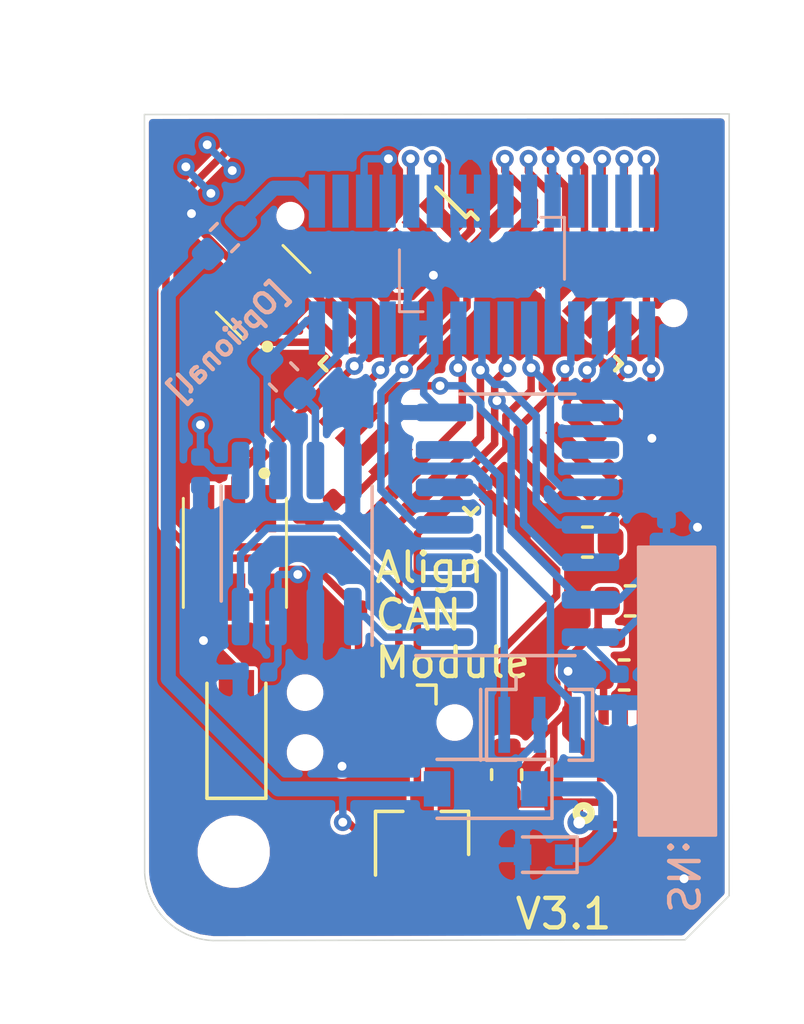
<source format=kicad_pcb>
(kicad_pcb (version 20171130) (host pcbnew "(5.1.8)-1")
  (layers (0 F.Cu signal) (31 B.Cu signal) (34 B.Paste user hide) (35 F.Paste user hide) (36 B.SilkS user) (37 F.SilkS user) (38 B.Mask user hide) (39 F.Mask user hide) (44 Edge.Cuts user))
  (net 0 "")
  (net 1 "Net-(U1-Pad7)")
  (net 2 GND)
  (net 3 /Reset)
  (net 4 /MOSI)
  (net 5 /SCK)
  (net 6 +5V)
  (net 7 /MISO)
  (net 8 /CAN_CS)
  (net 9 /CAN_INT)
  (net 10 +12V)
  (net 11 /GREEN_LED)
  (net 12 /RED_LED)
  (net 13 /BLUE_LED)
  (net 14 /U-Pin8)
  (net 15 /U-Pin12)
  (net 16 /U-Pin14)
  (net 17 /U-Pin20)
  (net 18 /U-Pin22)
  (net 19 /U-Pin2)
  (net 20 /U-Pin4)
  (net 21 /U-Pin6)
  (net 22 /U-Pin7)
  (net 23 /U-Pin23)
  (net 24 /U-Pin1)
  (net 25 /U-Pin3)
  (net 26 +12V_Safe)
  (net 27 "Net-(C3-Pad2)")
  (net 28 "Net-(L2-Pad1)")
  (net 29 "Net-(C2-Pad1)")
  (net 30 "Net-(U1-Pad8)")
  (net 31 /U-Pin5)
  (net 32 /U-Pin27)
  (net 33 /U-Pin29)
  (net 34 "Net-(J1-Pad2)")
  (net 35 "Net-(LED1-Pad5)")
  (net 36 "Net-(LED1-Pad3)")
  (net 37 "Net-(LED1-Pad1)")
  (net 38 /TXCAN)
  (net 39 /RXCAN)
  (net 40 "Net-(U4-Pad5)")
  (net 41 "Net-(U4-Pad6)")
  (net 42 12V_fused)
  (module Resistor_SMD:R_0402_1005Metric (layer B.Cu) (at 80.6831 77.25664 270)
    (fp_text reference R6 hide)
    (fp_text value "10K Ohm")
    (pad 2 smd roundrect (at 0.485 0 270) (size 0.59 0.64) (layers B.Cu B.Paste B.Mask) (net 8 /CAN_CS))
    (pad 1 smd roundrect (at -0.485 0 270) (size 0.59 0.64) (layers B.Cu B.Paste B.Mask) (net 6 +5V))
  )
  (module ACM_2020_V2:IL-WX-30SB-VF-BE (layer B.Cu) (at 74.422 69.088 180)
    (fp_text reference P1 hide)
    (fp_text value Conn_02x15_Odd_Even hide)
    (pad 30 smd rect (at 5.6 2.15 180) (size 0.55 1.8) (layers B.Cu B.Paste B.Mask) (net 10 +12V))
    (pad 29 smd rect (at 5.6 -2.15 180) (size 0.55 1.8) (layers B.Cu B.Paste B.Mask) (net 33 /U-Pin29))
    (pad 28 smd rect (at 4.8 2.15 180) (size 0.55 1.8) (layers B.Cu B.Paste B.Mask))
    (pad 27 smd rect (at 4.8 -2.15 180) (size 0.55 1.8) (layers B.Cu B.Paste B.Mask) (net 32 /U-Pin27))
    (pad 26 smd rect (at 4 2.15 180) (size 0.55 1.8) (layers B.Cu B.Paste B.Mask) (net 6 +5V))
    (pad 25 smd rect (at 4 -2.15 180) (size 0.55 1.8) (layers B.Cu B.Paste B.Mask) (net 11 /GREEN_LED))
    (pad 24 smd rect (at 3.2 2.15 180) (size 0.55 1.8) (layers B.Cu B.Paste B.Mask) (net 6 +5V))
    (pad 23 smd rect (at 3.2 -2.15 180) (size 0.55 1.8) (layers B.Cu B.Paste B.Mask) (net 23 /U-Pin23))
    (pad 22 smd rect (at 2.4 2.15 180) (size 0.55 1.8) (layers B.Cu B.Paste B.Mask) (net 18 /U-Pin22))
    (pad 21 smd rect (at 2.4 -2.15 180) (size 0.55 1.8) (layers B.Cu B.Paste B.Mask) (net 2 GND))
    (pad 20 smd rect (at 1.6 2.15 180) (size 0.55 1.8) (layers B.Cu B.Paste B.Mask) (net 17 /U-Pin20))
    (pad 19 smd rect (at 1.6 -2.15 180) (size 0.55 1.8) (layers B.Cu B.Paste B.Mask) (net 2 GND))
    (pad 18 smd rect (at 0.8 2.15 180) (size 0.55 1.8) (layers B.Cu B.Paste B.Mask) (net 2 GND))
    (pad 17 smd rect (at 0.8 -2.15 180) (size 0.55 1.8) (layers B.Cu B.Paste B.Mask) (net 13 /BLUE_LED))
    (pad 16 smd rect (at 0 2.15 180) (size 0.55 1.8) (layers B.Cu B.Paste B.Mask) (net 2 GND))
    (pad 15 smd rect (at 0 -2.15 180) (size 0.55 1.8) (layers B.Cu B.Paste B.Mask) (net 4 /MOSI))
    (pad 14 smd rect (at -0.8 2.15 180) (size 0.55 1.8) (layers B.Cu B.Paste B.Mask) (net 16 /U-Pin14))
    (pad 13 smd rect (at -0.8 -2.15 180) (size 0.55 1.8) (layers B.Cu B.Paste B.Mask) (net 7 /MISO))
    (pad 12 smd rect (at -1.6 2.15 180) (size 0.55 1.8) (layers B.Cu B.Paste B.Mask) (net 15 /U-Pin12))
    (pad 11 smd rect (at -1.6 -2.15 180) (size 0.55 1.8) (layers B.Cu B.Paste B.Mask) (net 5 /SCK))
    (pad 10 smd rect (at -2.4 2.15 180) (size 0.55 1.8) (layers B.Cu B.Paste B.Mask) (net 3 /Reset))
    (pad 9 smd rect (at -2.4 -2.15 180) (size 0.55 1.8) (layers B.Cu B.Paste B.Mask) (net 2 GND))
    (pad 8 smd rect (at -3.2 2.15 180) (size 0.55 1.8) (layers B.Cu B.Paste B.Mask) (net 14 /U-Pin8))
    (pad 7 smd rect (at -3.2 -2.15 180) (size 0.55 1.8) (layers B.Cu B.Paste B.Mask) (net 22 /U-Pin7))
    (pad 6 smd rect (at -4 2.15 180) (size 0.55 1.8) (layers B.Cu B.Paste B.Mask) (net 21 /U-Pin6))
    (pad 5 smd rect (at -4 -2.15 180) (size 0.55 1.8) (layers B.Cu B.Paste B.Mask) (net 31 /U-Pin5))
    (pad 4 smd rect (at -4.8 2.15 180) (size 0.55 1.8) (layers B.Cu B.Paste B.Mask) (net 20 /U-Pin4))
    (pad 3 smd rect (at -4.8 -2.15 180) (size 0.55 1.8) (layers B.Cu B.Paste B.Mask) (net 25 /U-Pin3))
    (pad 2 smd rect (at -5.6 2.15 180) (size 0.55 1.8) (layers B.Cu B.Paste B.Mask) (net 19 /U-Pin2))
    (pad 1 smd rect (at -5.6 -2.15 180) (size 0.55 1.8) (layers B.Cu B.Paste B.Mask) (net 24 /U-Pin1))
    (pad "" np_thru_hole circle (at -6.5 -1.65 180) (size 0.7 0.7) (drill 0.7) (layers *.Cu *.Mask))
    (pad "" np_thru_hole circle (at 6.5 1.65 180) (size 0.7 0.7) (drill 0.7) (layers *.Cu *.Mask))
  )
  (module ACM_2020_V2:Resonator_CSTNE20M0V51Z000R0 (layer B.Cu) (at 76.3778 84.6963)
    (fp_text reference Y2 hide)
    (fp_text value "20.0 Mhz")
    (pad 3 smd rect (at 1.2 0) (size 0.4 1.9) (layers B.Cu B.Paste B.Mask) (net 41 "Net-(U4-Pad6)"))
    (pad 2 smd rect (at 0 0) (size 0.4 1.9) (layers B.Cu B.Paste B.Mask) (net 2 GND))
    (pad 1 smd rect (at -1.2 0) (size 0.4 1.9) (layers B.Cu B.Paste B.Mask) (net 40 "Net-(U4-Pad5)"))
  )
  (module ACM_2020_V2:ASMBTTF00A20B (layer F.Cu) (at 66.04 78.867 270)
    (fp_text reference LED1 hide)
    (fp_text value ASMB-TTF0-0A20B hide)
    (pad 1 smd rect (at -1.5 -1.05) (size 0.7 1.6) (layers F.Cu F.Paste F.Mask) (net 37 "Net-(LED1-Pad1)"))
    (pad 2 smd rect (at 1.5 -1.05) (size 0.7 1.6) (layers F.Cu F.Paste F.Mask) (net 2 GND))
    (pad 3 smd rect (at -1.5 0) (size 0.7 1.6) (layers F.Cu F.Paste F.Mask) (net 36 "Net-(LED1-Pad3)"))
    (pad 4 smd rect (at 1.5 0) (size 0.7 1.6) (layers F.Cu F.Paste F.Mask) (net 2 GND))
    (pad 5 smd rect (at -1.5 1.05) (size 0.7 1.6) (layers F.Cu F.Paste F.Mask) (net 35 "Net-(LED1-Pad5)"))
    (pad 6 smd rect (at 1.5 1.05) (size 0.7 1.6) (layers F.Cu F.Paste F.Mask) (net 2 GND))
  )
  (module Capacitor_SMD:C_0402_1005Metric (layer B.Cu) (at 66.7004 82.9056)
    (fp_text reference C8 hide)
    (fp_text value 0.1uF)
    (pad 2 smd roundrect (at 0.485 0) (size 0.59 0.64) (layers B.Cu B.Paste B.Mask) (net 6 +5V))
    (pad 1 smd roundrect (at -0.485 0) (size 0.59 0.64) (layers B.Cu B.Paste B.Mask) (net 2 GND))
  )
  (module Capacitor_SMD:C_0402_1005Metric (layer B.Cu) (at 64.8716 76.0984 270)
    (fp_text reference C7 hide)
    (fp_text value 0.1uF)
    (pad 2 smd roundrect (at 0.485 0 270) (size 0.59 0.64) (layers B.Cu B.Paste B.Mask) (net 2 GND))
    (pad 1 smd roundrect (at -0.485 0 270) (size 0.59 0.64) (layers B.Cu B.Paste B.Mask) (net 6 +5V))
  )
  (module ACM_2020_V2:Can_MCP2517FD_SOIC (layer B.Cu) (at 75.6285 77.9145)
    (fp_text reference U4 hide)
    (fp_text value MCP2517FD-xSL)
    (pad 1 smd roundrect (at -2.475 3.81) (size 1.95 0.6) (layers B.Cu B.Paste B.Mask) (net 38 /TXCAN))
    (pad 2 smd roundrect (at -2.475 2.54) (size 1.95 0.6) (layers B.Cu B.Paste B.Mask) (net 39 /RXCAN))
    (pad 3 smd roundrect (at -2.475 1.27) (size 1.95 0.6) (layers B.Cu B.Paste B.Mask))
    (pad 4 smd roundrect (at -2.475 0) (size 1.95 0.6) (layers B.Cu B.Paste B.Mask) (net 9 /CAN_INT))
    (pad 5 smd roundrect (at -2.475 -1.27) (size 1.95 0.6) (layers B.Cu B.Paste B.Mask) (net 40 "Net-(U4-Pad5)"))
    (pad 6 smd roundrect (at -2.475 -2.54) (size 1.95 0.6) (layers B.Cu B.Paste B.Mask) (net 41 "Net-(U4-Pad6)"))
    (pad 7 smd roundrect (at -2.475 -3.81) (size 1.95 0.6) (layers B.Cu B.Paste B.Mask) (net 2 GND))
    (pad 8 smd roundrect (at 2.475 -3.81) (size 1.95 0.6) (layers B.Cu B.Paste B.Mask))
    (pad 9 smd roundrect (at 2.475 -2.54) (size 1.95 0.6) (layers B.Cu B.Paste B.Mask))
    (pad 10 smd roundrect (at 2.475 -1.27) (size 1.95 0.6) (layers B.Cu B.Paste B.Mask) (net 5 /SCK))
    (pad 11 smd roundrect (at 2.475 0) (size 1.95 0.6) (layers B.Cu B.Paste B.Mask) (net 4 /MOSI))
    (pad 12 smd roundrect (at 2.475 1.27) (size 1.95 0.6) (layers B.Cu B.Paste B.Mask) (net 7 /MISO))
    (pad 13 smd roundrect (at 2.475 2.54) (size 1.95 0.6) (layers B.Cu B.Paste B.Mask) (net 8 /CAN_CS))
    (pad 14 smd roundrect (at 2.475 3.81) (size 1.95 0.6) (layers B.Cu B.Paste B.Mask) (net 6 +5V))
  )
  (module Capacitor_SMD:C_0402_1005Metric (layer B.Cu) (at 79.0829 83.4644 270)
    (fp_text reference C6 hide)
    (fp_text value 0.1uF)
    (pad 2 smd roundrect (at 0.485 0 270) (size 0.59 0.64) (layers B.Cu B.Paste B.Mask) (net 2 GND))
    (pad 1 smd roundrect (at -0.485 0 270) (size 0.59 0.64) (layers B.Cu B.Paste B.Mask) (net 6 +5V))
  )
  (module ACM_2020_V2:Pmos_DMP3099L-13 (layer F.Cu) (at 72.39 88.392 90)
    (fp_text reference Q1 hide)
    (fp_text value Q_PMOS_DMP3099L-13)
    (pad 1 smd rect (at -1 -0.95 90) (size 0.9 0.8) (layers F.Cu F.Paste F.Mask) (net 42 12V_fused))
    (pad 2 smd rect (at -1 0.95 90) (size 0.9 0.8) (layers F.Cu F.Paste F.Mask) (net 6 +5V))
    (pad 3 smd rect (at 1 0 90) (size 0.9 0.8) (layers F.Cu F.Paste F.Mask) (net 34 "Net-(J1-Pad2)"))
  )
  (module ACM_2020_V2:D_schotky_MBR0520LT1G (layer B.Cu) (at 74.549 86.868 180)
    (fp_text reference D4 hide)
    (fp_text value D_Schottky_MBR0520LT1G)
    (pad 1 smd rect (at -1.65 0 180) (size 0.9 1.2) (layers B.Cu B.Paste B.Mask) (net 26 +12V_Safe))
    (pad 2 smd rect (at 1.65 0 180) (size 0.9 1.2) (layers B.Cu B.Paste B.Mask) (net 42 12V_fused))
  )
  (module Inductor_SMD:L_0603_1608Metric (layer F.Cu) (at 79.2481 83.0072)
    (fp_text reference L2 hide)
    (fp_text value "2.2 µH")
    (pad 1 smd roundrect (at -0.7875 0) (size 0.875 0.95) (layers F.Cu F.Paste F.Mask) (net 28 "Net-(L2-Pad1)"))
    (pad 2 smd roundrect (at 0.7875 0) (size 0.875 0.95) (layers F.Cu F.Paste F.Mask) (net 6 +5V))
  )
  (module Resistor_SMD:R_0603_1608Metric (layer B.Cu) (at 67.691 72.898 135)
    (fp_text reference R7 hide)
    (fp_text value 120Ω)
    (pad 1 smd roundrect (at -0.7875 0 135) (size 0.875 0.95) (layers B.Cu B.Paste B.Mask) (net 32 /U-Pin27))
    (pad 2 smd roundrect (at 0.7875 0 135) (size 0.875 0.95) (layers B.Cu B.Paste B.Mask) (net 33 /U-Pin29))
  )
  (module Inductor_SMD:L_0603_1608Metric (layer F.Cu) (at 78 78.5)
    (fp_text reference L1 hide)
    (fp_text value 10uH)
    (pad 2 smd roundrect (at 0.7875 0) (size 0.875 0.95) (layers F.Cu F.Paste F.Mask) (net 27 "Net-(C3-Pad2)"))
    (pad 1 smd roundrect (at -0.7875 0) (size 0.875 0.95) (layers F.Cu F.Paste F.Mask) (net 6 +5V))
  )
  (module Package_QFP:TQFP-32_7x7mm_P0.8mm (layer F.Cu) (at 74.043324 72.446268 315)
    (fp_text reference U1 hide)
    (fp_text value ATmega328P-AU)
    (pad 1 smd rect (at -4.25 -2.8 315) (size 1.6 0.55) (layers F.Cu F.Paste F.Mask) (net 17 /U-Pin20))
    (pad 2 smd rect (at -4.25 -2 315) (size 1.6 0.55) (layers F.Cu F.Paste F.Mask) (net 18 /U-Pin22))
    (pad 3 smd rect (at -4.25 -1.2 315) (size 1.6 0.55) (layers F.Cu F.Paste F.Mask) (net 2 GND))
    (pad 4 smd rect (at -4.25 -0.4 315) (size 1.6 0.55) (layers F.Cu F.Paste F.Mask) (net 6 +5V))
    (pad 5 smd rect (at -4.25 0.4 315) (size 1.6 0.55) (layers F.Cu F.Paste F.Mask) (net 2 GND))
    (pad 6 smd rect (at -4.25 1.2 315) (size 1.6 0.55) (layers F.Cu F.Paste F.Mask) (net 6 +5V))
    (pad 7 smd rect (at -4.25 2 315) (size 1.6 0.55) (layers F.Cu F.Paste F.Mask) (net 1 "Net-(U1-Pad7)"))
    (pad 8 smd rect (at -4.25 2.8 315) (size 1.6 0.55) (layers F.Cu F.Paste F.Mask) (net 30 "Net-(U1-Pad8)"))
    (pad 9 smd rect (at -2.8 4.25 45) (size 1.6 0.55) (layers F.Cu F.Paste F.Mask) (net 11 /GREEN_LED))
    (pad 10 smd rect (at -2 4.25 45) (size 1.6 0.55) (layers F.Cu F.Paste F.Mask) (net 23 /U-Pin23))
    (pad 11 smd rect (at -1.2 4.25 45) (size 1.6 0.55) (layers F.Cu F.Paste F.Mask) (net 8 /CAN_CS))
    (pad 12 smd rect (at -0.4 4.25 45) (size 1.6 0.55) (layers F.Cu F.Paste F.Mask))
    (pad 13 smd rect (at 0.4 4.25 45) (size 1.6 0.55) (layers F.Cu F.Paste F.Mask) (net 12 /RED_LED))
    (pad 14 smd rect (at 1.2 4.25 45) (size 1.6 0.55) (layers F.Cu F.Paste F.Mask) (net 13 /BLUE_LED))
    (pad 15 smd rect (at 2 4.25 45) (size 1.6 0.55) (layers F.Cu F.Paste F.Mask) (net 4 /MOSI))
    (pad 16 smd rect (at 2.8 4.25 45) (size 1.6 0.55) (layers F.Cu F.Paste F.Mask) (net 7 /MISO))
    (pad 17 smd rect (at 4.25 2.8 315) (size 1.6 0.55) (layers F.Cu F.Paste F.Mask) (net 5 /SCK))
    (pad 18 smd rect (at 4.25 2 315) (size 1.6 0.55) (layers F.Cu F.Paste F.Mask) (net 6 +5V))
    (pad 19 smd rect (at 4.25 1.2 315) (size 1.6 0.55) (layers F.Cu F.Paste F.Mask) (net 22 /U-Pin7))
    (pad 20 smd rect (at 4.25 0.4 315) (size 1.6 0.55) (layers F.Cu F.Paste F.Mask) (net 29 "Net-(C2-Pad1)"))
    (pad 21 smd rect (at 4.25 -0.4 315) (size 1.6 0.55) (layers F.Cu F.Paste F.Mask) (net 2 GND))
    (pad 22 smd rect (at 4.25 -1.2 315) (size 1.6 0.55) (layers F.Cu F.Paste F.Mask) (net 31 /U-Pin5))
    (pad 23 smd rect (at 4.25 -2 315) (size 1.6 0.55) (layers F.Cu F.Paste F.Mask) (net 24 /U-Pin1))
    (pad 24 smd rect (at 4.25 -2.8 315) (size 1.6 0.55) (layers F.Cu F.Paste F.Mask) (net 25 /U-Pin3))
    (pad 25 smd rect (at 2.8 -4.25 45) (size 1.6 0.55) (layers F.Cu F.Paste F.Mask) (net 19 /U-Pin2))
    (pad 26 smd rect (at 2 -4.25 45) (size 1.6 0.55) (layers F.Cu F.Paste F.Mask) (net 20 /U-Pin4))
    (pad 27 smd rect (at 1.2 -4.25 45) (size 1.6 0.55) (layers F.Cu F.Paste F.Mask) (net 21 /U-Pin6))
    (pad 28 smd rect (at 0.4 -4.25 45) (size 1.6 0.55) (layers F.Cu F.Paste F.Mask) (net 14 /U-Pin8))
    (pad 29 smd rect (at -0.4 -4.25 45) (size 1.6 0.55) (layers F.Cu F.Paste F.Mask) (net 3 /Reset))
    (pad 30 smd rect (at -1.2 -4.25 45) (size 1.6 0.55) (layers F.Cu F.Paste F.Mask) (net 15 /U-Pin12))
    (pad 31 smd rect (at -2 -4.25 45) (size 1.6 0.55) (layers F.Cu F.Paste F.Mask) (net 16 /U-Pin14))
    (pad 32 smd rect (at -2.8 -4.25 45) (size 1.6 0.55) (layers F.Cu F.Paste F.Mask) (net 9 /CAN_INT))
  )
  (module Connector:Tag-Connect_TC2030-IDC-NL_2x03_P1.27mm_Vertical (layer F.Cu) (at 70.96 84.62 180)
    (fp_text reference J1 hide)
    (fp_text value TC2030-MCP-NL)
    (pad "" np_thru_hole circle (at 2.54 -1.016 180) (size 0.9906 0.9906) (drill 0.9906) (layers *.Cu *.Mask))
    (pad "" np_thru_hole circle (at 2.54 1.016 180) (size 0.9906 0.9906) (drill 0.9906) (layers *.Cu *.Mask))
    (pad "" np_thru_hole circle (at -2.54 0 180) (size 0.9906 0.9906) (drill 0.9906) (layers *.Cu *.Mask))
    (pad 1 connect circle (at -1.27 0.635 180) (size 0.7874 0.7874) (layers F.Cu F.Mask) (net 7 /MISO))
    (pad 2 connect circle (at -1.27 -0.635 180) (size 0.7874 0.7874) (layers F.Cu F.Mask) (net 34 "Net-(J1-Pad2)"))
    (pad 3 connect circle (at 0 0.635 180) (size 0.7874 0.7874) (layers F.Cu F.Mask) (net 5 /SCK))
    (pad 4 connect circle (at 0 -0.635 180) (size 0.7874 0.7874) (layers F.Cu F.Mask) (net 4 /MOSI))
    (pad 5 connect circle (at 1.27 0.635 180) (size 0.7874 0.7874) (layers F.Cu F.Mask) (net 3 /Reset))
    (pad 6 connect circle (at 1.27 -0.635 180) (size 0.7874 0.7874) (layers F.Cu F.Mask) (net 2 GND))
  )
  (module Resistor_SMD:R_0402_1005Metric (layer F.Cu) (at 69.7484 80.7974)
    (fp_text reference R1 hide)
    (fp_text value "10K Ohm")
    (pad 1 smd roundrect (at -0.485 0) (size 0.59 0.64) (layers F.Cu F.Paste F.Mask) (net 6 +5V))
    (pad 2 smd roundrect (at 0.485 0) (size 0.59 0.64) (layers F.Cu F.Paste F.Mask) (net 3 /Reset))
  )
  (module Resistor_SMD:R_0402_1005Metric (layer F.Cu) (at 70.091253 78.295547 45)
    (fp_text reference R5 hide)
    (fp_text value 190Ω)
    (pad 1 smd roundrect (at -0.485 0 45) (size 0.59 0.64) (layers F.Cu F.Paste F.Mask) (net 35 "Net-(LED1-Pad5)"))
    (pad 2 smd roundrect (at 0.485 0 45) (size 0.59 0.64) (layers F.Cu F.Paste F.Mask) (net 13 /BLUE_LED))
  )
  (module CSTNE16M0V530000R0:CSTNE16M0V530000R0 (layer F.Cu) (at 67.299049 70.331992 45)
    (fp_text reference Y1 hide)
    (fp_text value 16.0Mhz hide)
    (pad 3 smd rect (at 1.2 -0.425 45) (size 0.4 1.9) (layers F.Cu F.Paste F.Mask) (net 1 "Net-(U1-Pad7)"))
    (pad 2 smd rect (at 0 -0.425 45) (size 0.4 1.9) (layers F.Cu F.Paste F.Mask) (net 2 GND))
    (pad 1 smd rect (at -1.2 -0.425 45) (size 0.4 1.9) (layers F.Cu F.Paste F.Mask) (net 30 "Net-(U1-Pad8)"))
  )
  (module Capacitor_SMD:C_0402_1005Metric (layer F.Cu) (at 69.792947 68.332053 225)
    (fp_text reference C1 hide)
    (fp_text value 0.1uF)
    (pad 1 smd roundrect (at -0.485 0 225) (size 0.59 0.64) (layers F.Cu F.Paste F.Mask) (net 6 +5V))
    (pad 2 smd roundrect (at 0.485 0 225) (size 0.59 0.64) (layers F.Cu F.Paste F.Mask) (net 2 GND))
  )
  (module Diode_SMD:D_SOD-523 (layer B.Cu) (at 76.5 89.1 180)
    (fp_text reference D1 hide)
    (fp_text value 15V)
    (pad 1 smd rect (at -0.7 0) (size 0.6 0.7) (layers B.Cu B.Paste B.Mask) (net 26 +12V_Safe))
    (pad 2 smd rect (at 0.7 0) (size 0.6 0.7) (layers B.Cu B.Paste B.Mask) (net 2 GND))
  )
  (module Capacitor_SMD:C_0402_1005Metric (layer F.Cu) (at 80.042947 76.457053 225)
    (fp_text reference C3 hide)
    (fp_text value 0.1uF)
    (pad 2 smd roundrect (at 0.485 0 225) (size 0.59 0.64) (layers F.Cu F.Paste F.Mask) (net 27 "Net-(C3-Pad2)"))
    (pad 1 smd roundrect (at -0.485 0 225) (size 0.59 0.64) (layers F.Cu F.Paste F.Mask) (net 2 GND))
  )
  (module Resistor_SMD:R_0402_1005Metric (layer F.Cu) (at 79.883 89.408 90)
    (fp_text reference R2 hide)
    (fp_text value "10K Ohm")
    (pad 2 smd roundrect (at 0.485 0 90) (size 0.59 0.64) (layers F.Cu F.Paste F.Mask) (net 42 12V_fused))
    (pad 1 smd roundrect (at -0.485 0 90) (size 0.59 0.64) (layers F.Cu F.Paste F.Mask) (net 2 GND))
  )
  (module Fuse:Fuse_0603_1608Metric (layer B.Cu) (at 65.6844 68.1736 45)
    (fp_text reference F1 hide)
    (fp_text value 250mA)
    (pad 2 smd roundrect (at 0.7875 0 45) (size 0.875 0.95) (layers B.Cu B.Paste B.Mask) (net 10 +12V))
    (pad 1 smd roundrect (at -0.7875 0 45) (size 0.875 0.95) (layers B.Cu B.Paste B.Mask) (net 42 12V_fused))
  )
  (module Capacitor_SMD:C_0402_1005Metric (layer F.Cu) (at 78.4 76.4 45)
    (fp_text reference C2 hide)
    (fp_text value 0.1uF)
    (pad 1 smd roundrect (at -0.485 0 45) (size 0.59 0.64) (layers F.Cu F.Paste F.Mask) (net 29 "Net-(C2-Pad1)"))
    (pad 2 smd roundrect (at 0.485 0 45) (size 0.59 0.64) (layers F.Cu F.Paste F.Mask) (net 2 GND))
  )
  (module Capacitor_SMD:C_0402_1005Metric (layer F.Cu) (at 76.8604 86.8934 90)
    (fp_text reference C4 hide)
    (fp_text value 0.1uF)
    (pad 1 smd roundrect (at -0.485 0 90) (size 0.59 0.64) (layers F.Cu F.Paste F.Mask) (net 26 +12V_Safe))
    (pad 2 smd roundrect (at 0.485 0 90) (size 0.59 0.64) (layers F.Cu F.Paste F.Mask) (net 2 GND))
  )
  (module Capacitor_SMD:C_0402_1005Metric (layer F.Cu) (at 79.471 81.764 180)
    (fp_text reference C5 hide)
    (fp_text value 0.1uF)
    (pad 2 smd roundrect (at 0.485 0 180) (size 0.59 0.64) (layers F.Cu F.Paste F.Mask) (net 2 GND))
    (pad 1 smd roundrect (at -0.485 0 180) (size 0.59 0.64) (layers F.Cu F.Paste F.Mask) (net 6 +5V))
  )
  (module MountingHole:MountingHole_2.2mm_M2 (layer B.Cu) (at 66 89)
    (fp_text reference H1 hide)
    (fp_text value "M2 Mouting hole")
    (pad 1 np_thru_hole circle (at 0 0) (size 2.2 2.2) (drill 2.2) (layers *.Cu *.Mask))
  )
  (module NCV890430MW50TXG:SON65P300X300X100-9N (layer F.Cu) (at 79.524 85.82 90)
    (fp_text reference U3 hide)
    (fp_text value NCV890430MW50TXG hide)
    (pad 1 smd rect (at -1.5 -0.975 180) (size 0.35 0.75) (layers F.Cu F.Paste F.Mask) (net 26 +12V_Safe))
    (pad 2 smd rect (at -1.5 -0.325 180) (size 0.35 0.75) (layers F.Cu F.Paste F.Mask))
    (pad 3 smd rect (at -1.5 0.325 180) (size 0.35 0.75) (layers F.Cu F.Paste F.Mask) (net 2 GND))
    (pad 4 smd rect (at -1.5 0.975 180) (size 0.35 0.75) (layers F.Cu F.Paste F.Mask) (net 26 +12V_Safe))
    (pad 5 smd rect (at 1.5 0.975 180) (size 0.35 0.75) (layers F.Cu F.Paste F.Mask) (net 6 +5V))
    (pad 6 smd rect (at 1.5 0.325 180) (size 0.35 0.75) (layers F.Cu F.Paste F.Mask))
    (pad 7 smd rect (at 1.5 -0.325 180) (size 0.35 0.75) (layers F.Cu F.Paste F.Mask) (net 2 GND))
    (pad 8 smd rect (at 1.5 -0.975 180) (size 0.35 0.75) (layers F.Cu F.Paste F.Mask) (net 28 "Net-(L2-Pad1)"))
    (pad 9 smd rect (at 0 0 90) (size 1.6 2.4) (layers F.Cu F.Paste F.Mask) (net 2 GND))
  )
  (module Capacitor_SMD:C_0603_1608Metric (layer F.Cu) (at 75.2602 86.3855 90)
    (fp_text reference C10 hide)
    (fp_text value 10uF)
    (pad 1 smd roundrect (at -0.7875 0 90) (size 0.875 0.95) (layers F.Cu F.Paste F.Mask) (net 26 +12V_Safe))
    (pad 2 smd roundrect (at 0.7875 0 90) (size 0.875 0.95) (layers F.Cu F.Paste F.Mask) (net 2 GND))
  )
  (module Capacitor_SMD:C_0603_1608Metric (layer F.Cu) (at 79.448 80.494 180)
    (fp_text reference C11 hide)
    (fp_text value 10uF)
    (pad 2 smd roundrect (at 0.7875 0 180) (size 0.875 0.95) (layers F.Cu F.Paste F.Mask) (net 2 GND))
    (pad 1 smd roundrect (at -0.7875 0 180) (size 0.875 0.95) (layers F.Cu F.Paste F.Mask) (net 6 +5V))
  )
  (module Resistor_SMD:R_0402_1005Metric (layer F.Cu) (at 69.049853 77.406547 45)
    (fp_text reference R3 hide)
    (fp_text value 220Ω)
    (pad 1 smd roundrect (at -0.485 0 45) (size 0.59 0.64) (layers F.Cu F.Paste F.Mask) (net 37 "Net-(LED1-Pad1)"))
    (pad 2 smd roundrect (at 0.485 0 45) (size 0.59 0.64) (layers F.Cu F.Paste F.Mask) (net 12 /RED_LED))
  )
  (module Resistor_SMD:R_0402_1005Metric (layer F.Cu) (at 67.195653 75.171347 45)
    (fp_text reference R4 hide)
    (fp_text value 200Ω)
    (pad 2 smd roundrect (at 0.485 0 45) (size 0.59 0.64) (layers F.Cu F.Paste F.Mask) (net 11 /GREEN_LED))
    (pad 1 smd roundrect (at -0.485 0 45) (size 0.59 0.64) (layers F.Cu F.Paste F.Mask) (net 36 "Net-(LED1-Pad3)"))
  )
  (module ACM_2020_V2:SOIC_MCP2542FD (layer B.Cu) (at 68.1355 78.5495 90)
    (fp_text reference U2 hide)
    (fp_text value MCP2542FDxMF)
    (pad 8 smd roundrect (at 2.475 1.905 90) (size 1.95 0.6) (layers B.Cu B.Paste B.Mask) (net 2 GND))
    (pad 7 smd roundrect (at 2.475 0.635 90) (size 1.95 0.6) (layers B.Cu B.Paste B.Mask) (net 32 /U-Pin27))
    (pad 6 smd roundrect (at 2.475 -0.635 90) (size 1.95 0.6) (layers B.Cu B.Paste B.Mask) (net 33 /U-Pin29))
    (pad 5 smd roundrect (at 2.475 -1.905 90) (size 1.95 0.6) (layers B.Cu B.Paste B.Mask) (net 6 +5V))
    (pad 4 smd roundrect (at -2.475 -1.905 90) (size 1.95 0.6) (layers B.Cu B.Paste B.Mask) (net 39 /RXCAN))
    (pad 3 smd roundrect (at -2.475 -0.635 90) (size 1.95 0.6) (layers B.Cu B.Paste B.Mask) (net 6 +5V))
    (pad 2 smd roundrect (at -2.475 0.635 90) (size 1.95 0.6) (layers B.Cu B.Paste B.Mask) (net 2 GND))
    (pad 1 smd roundrect (at -2.475 1.905 90) (size 1.95 0.6) (layers B.Cu B.Paste B.Mask) (net 38 /TXCAN))
  )
  (module ACM_2020_V2:D_Zener_KDZV5.6B_SOD-123 (layer F.Cu) (at 66.0908 84.9386 90)
    (fp_text reference D2 hide)
    (fp_text value D_Zener_KDZVTR5.6B)
    (pad 2 smd rect (at 1.65 0 90) (size 0.9 1.2) (layers F.Cu F.Paste F.Mask) (net 2 GND))
    (pad 1 smd rect (at -1.65 0 90) (size 0.9 1.2) (layers F.Cu F.Paste F.Mask) (net 6 +5V))
  )
  (gr_text V3.1 (at 77.1906 91.1098) (layer F.SilkS) (effects (font (size 1 1))))
  (gr_text "Align\nCAN\nModule" (at 70.7136 80.9752) (layer F.SilkS) (effects (font (size 1 1)) (justify left)))
  (gr_text [Optional] (at 65.786 71.6915 45) (layer B.SilkS) (effects (font (size 0.7 0.7)) (justify mirror)))
  (gr_line (start 82.80908 90.49258) (end 81.31302 91.98864) (layer Edge.Cuts) (width 0.05))
  (gr_arc (start 65.399901 89.588339) (end 62.97676 89.71534) (angle -84.58411655) (layer Edge.Cuts) (width 0.05))
  (gr_line (start 62.97676 89.71534) (end 62.97 64) (layer Edge.Cuts) (width 0.05))
  (gr_line (start 81.31302 91.98864) (end 65.297629 92.01265) (layer Edge.Cuts) (width 0.05))
  (gr_line (start 82.81 63.98) (end 82.80908 90.49258) (layer Edge.Cuts) (width 0.05))
  (gr_line (start 62.97 64) (end 82.81 63.98) (layer Edge.Cuts) (width 0.05))
  (gr_text SN: (at 81.2292 89.8398 270) (layer B.SilkS) (effects (font (size 1 1)) (justify mirror)))
  (gr_poly (pts (xy 79.7264 78.6638) (xy 82.3256 78.6638) (xy 82.3552 88.4428) (xy 79.756 88.4428)) (layer B.SilkS) (width 0.1))
  (segment (start 69.519392 70.855278) (end 69.623907 70.855278) (width 0.254) (layer F.Cu) (net 1))
  (segment (start 67.847057 69.182943) (end 69.519392 70.855278) (width 0.254) (layer F.Cu) (net 1))
  (segment (start 79.199 85.495) (end 79.524 85.82) (width 0.254) (layer F.Cu) (net 2))
  (segment (start 79.199 84.32) (end 79.199 85.495) (width 0.254) (layer F.Cu) (net 2))
  (segment (start 80.328841 76.057053) (end 80.385894 76.114106) (width 0.254) (layer F.Cu) (net 2))
  (segment (start 78.8 76.114106) (end 78.742947 76.057053) (width 0.254) (layer F.Cu) (net 2))
  (segment (start 78.219795 76.057053) (end 77.331371 75.168629) (width 0.254) (layer F.Cu) (net 2))
  (segment (start 78.742947 76.057053) (end 78.219795 76.057053) (width 0.254) (layer F.Cu) (net 2))
  (segment (start 72 68.705888) (end 72.005888 68.705888) (width 0.254) (layer F.Cu) (net 2))
  (segment (start 71.886648 68.592536) (end 72 68.705888) (width 0.254) (layer F.Cu) (net 2))
  (segment (start 69.70637 68.675) (end 70.755277 69.723907) (width 0.254) (layer F.Cu) (net 2))
  (segment (start 69.45 68.675) (end 69.70637 68.675) (width 0.254) (layer F.Cu) (net 2))
  (segment (start 79.849 86.145) (end 79.849 87.32) (width 0.254) (layer F.Cu) (net 2))
  (segment (start 79.524 85.82) (end 79.849 86.145) (width 0.254) (layer F.Cu) (net 2))
  (segment (start 80.385894 76.114106) (end 80.385894 76.064106) (width 0.254) (layer F.Cu) (net 2))
  (via (at 72.775 69.45) (size 0.6) (drill 0.3) (layers F.Cu B.Cu) (net 2))
  (segment (start 71.886648 68.592536) (end 71.917536 68.592536) (width 0.254) (layer F.Cu) (net 2))
  (segment (start 71.917536 68.592536) (end 72.775 69.45) (width 0.254) (layer F.Cu) (net 2))
  (segment (start 69.69 86.085) (end 69.675 86.1) (width 0.254) (layer F.Cu) (net 2))
  (via (at 69.675 86.1) (size 0.6) (drill 0.3) (layers F.Cu B.Cu) (net 2))
  (segment (start 69.69 85.255) (end 69.69 86.085) (width 0.254) (layer F.Cu) (net 2))
  (segment (start 80.514106 76.242318) (end 80.385894 76.114106) (width 0.254) (layer F.Cu) (net 2))
  (segment (start 78.6605 80.494) (end 78.6605 80.3689) (width 0.254) (layer F.Cu) (net 2))
  (segment (start 79.883 89.893) (end 81.257 89.893) (width 0.254) (layer F.Cu) (net 2))
  (via (at 81.28 89.916) (size 0.6) (drill 0.3) (layers F.Cu B.Cu) (net 2))
  (segment (start 81.257 89.893) (end 81.28 89.916) (width 0.254) (layer F.Cu) (net 2))
  (segment (start 76.8604 84.6836) (end 77.343 84.201) (width 0.254) (layer F.Cu) (net 2))
  (segment (start 79.524 85.82) (end 78.2 85.82) (width 0.4) (layer F.Cu) (net 2))
  (segment (start 77.343 84.963) (end 77.343 84.201) (width 0.4) (layer F.Cu) (net 2))
  (segment (start 78.2 85.82) (end 77.343 84.963) (width 0.4) (layer F.Cu) (net 2))
  (segment (start 76.8604 86.4084) (end 76.8604 84.6836) (width 0.254) (layer F.Cu) (net 2))
  (segment (start 64.99 80.367) (end 67.09 80.367) (width 0.254) (layer F.Cu) (net 2))
  (via (at 64.9732 81.8388) (size 0.6) (drill 0.3) (layers F.Cu B.Cu) (net 2))
  (segment (start 64.99 80.367) (end 64.99 81.822) (width 0.254) (layer F.Cu) (net 2))
  (segment (start 64.99 81.822) (end 64.9732 81.8388) (width 0.254) (layer F.Cu) (net 2))
  (segment (start 75.946 85.598) (end 76.8604 84.6836) (width 0.254) (layer F.Cu) (net 2))
  (segment (start 75.2602 85.598) (end 75.946 85.598) (width 0.254) (layer F.Cu) (net 2))
  (segment (start 71.203741 70.172371) (end 70.755277 69.723907) (width 0.254) (layer F.Cu) (net 2))
  (segment (start 72.052629 70.172371) (end 71.203741 70.172371) (width 0.254) (layer F.Cu) (net 2))
  (segment (start 72.775 69.45) (end 72.052629 70.172371) (width 0.254) (layer F.Cu) (net 2))
  (segment (start 79.638694 76.114106) (end 78.8 76.114106) (width 0.254) (layer F.Cu) (net 2))
  (segment (start 80.385894 76.114106) (end 79.638694 76.114106) (width 0.254) (layer F.Cu) (net 2))
  (segment (start 79.638694 76.114106) (end 79.638694 75.529906) (width 0.254) (layer F.Cu) (net 2))
  (segment (start 79.638694 75.529906) (end 80.1878 74.9808) (width 0.254) (layer F.Cu) (net 2))
  (segment (start 66.0908 82.9564) (end 64.9732 81.8388) (width 0.508) (layer F.Cu) (net 2))
  (segment (start 66.0908 83.2886) (end 66.0908 82.9564) (width 0.508) (layer F.Cu) (net 2))
  (via (at 64.5668 67.3608) (size 0.6) (drill 0.3) (layers F.Cu B.Cu) (net 2))
  (segment (start 64.5668 67.6148) (end 64.5668 67.3608) (width 0.254) (layer F.Cu) (net 2))
  (segment (start 66.998529 70.031472) (end 66.983472 70.031472) (width 0.254) (layer F.Cu) (net 2))
  (segment (start 66.983472 70.031472) (end 64.5668 67.6148) (width 0.254) (layer F.Cu) (net 2))
  (segment (start 77.343 82.8802) (end 77.343 84.201) (width 0.254) (layer F.Cu) (net 2))
  (via (at 77.343 82.8802) (size 0.6) (drill 0.3) (layers F.Cu B.Cu) (net 2))
  (segment (start 76.3778 85.181998) (end 75.402998 86.1568) (width 0.254) (layer B.Cu) (net 2))
  (segment (start 76.3778 84.6963) (end 76.3778 85.181998) (width 0.254) (layer B.Cu) (net 2))
  (via (at 80.1878 74.9808) (size 0.6) (drill 0.3) (layers F.Cu B.Cu) (net 2))
  (segment (start 72.822 71.238) (end 72.822 72.424312) (width 0.254) (layer B.Cu) (net 2))
  (segment (start 73.084586 74.1045) (end 73.1535 74.1045) (width 0.254) (layer B.Cu) (net 2))
  (segment (start 72.446007 73.465921) (end 73.084586 74.1045) (width 0.254) (layer B.Cu) (net 2))
  (segment (start 72.446007 72.800305) (end 72.446007 73.465921) (width 0.254) (layer B.Cu) (net 2))
  (segment (start 72.822 72.424312) (end 72.446007 72.800305) (width 0.254) (layer B.Cu) (net 2))
  (segment (start 77.343 82.457) (end 77.343 82.8802) (width 0.254) (layer F.Cu) (net 2))
  (segment (start 78.3635 81.4365) (end 77.343 82.457) (width 0.254) (layer F.Cu) (net 2))
  (segment (start 78.691 81.764) (end 78.986 81.764) (width 0.254) (layer F.Cu) (net 2))
  (segment (start 78.3635 81.4365) (end 78.691 81.764) (width 0.254) (layer F.Cu) (net 2))
  (segment (start 78.6605 80.494) (end 78.3635 80.791) (width 0.254) (layer F.Cu) (net 2))
  (segment (start 78.3635 80.791) (end 78.3635 81.4365) (width 0.254) (layer F.Cu) (net 2))
  (segment (start 69.69 83.01) (end 69.69 83.985) (width 0.254) (layer F.Cu) (net 3))
  (segment (start 69.69 82.8448) (end 69.69 83.985) (width 0.254) (layer F.Cu) (net 3))
  (segment (start 70.2334 80.7974) (end 70.2334 82.3014) (width 0.254) (layer F.Cu) (net 3))
  (segment (start 70.2334 82.3014) (end 69.69 82.8448) (width 0.254) (layer F.Cu) (net 3))
  (segment (start 63.7 77.924) (end 63.7 67.3) (width 0.254) (layer F.Cu) (net 3))
  (segment (start 76.822 65.572) (end 76.75 65.5) (width 0.254) (layer B.Cu) (net 3))
  (segment (start 77.26291 68.660996) (end 77.26291 66.437174) (width 0.254) (layer F.Cu) (net 3))
  (segment (start 77.26291 66.437174) (end 76.75 65.924264) (width 0.254) (layer F.Cu) (net 3))
  (segment (start 70.2334 80.7974) (end 68.4808 79.0448) (width 0.254) (layer F.Cu) (net 3))
  (segment (start 68.4808 79.0448) (end 64.8208 79.0448) (width 0.254) (layer F.Cu) (net 3))
  (segment (start 66.304001 64.695999) (end 76.370263 64.695999) (width 0.254) (layer F.Cu) (net 3))
  (via (at 76.75 65.5) (size 0.6) (drill 0.3) (layers F.Cu B.Cu) (net 3))
  (segment (start 76.75 65.924264) (end 76.75 65.5) (width 0.254) (layer F.Cu) (net 3))
  (segment (start 64.8208 79.0448) (end 63.7 77.924) (width 0.254) (layer F.Cu) (net 3))
  (segment (start 76.75 65.075736) (end 76.75 65.5) (width 0.254) (layer F.Cu) (net 3))
  (segment (start 76.765685 69.158221) (end 77.26291 68.660996) (width 0.254) (layer F.Cu) (net 3))
  (segment (start 63.7 67.3) (end 66.304001 64.695999) (width 0.254) (layer F.Cu) (net 3))
  (segment (start 76.370263 64.695999) (end 76.75 65.075736) (width 0.254) (layer F.Cu) (net 3))
  (segment (start 76.822 67.188) (end 76.822 65.572) (width 0.254) (layer B.Cu) (net 3))
  (segment (start 71.6026 84.6124) (end 70.96 85.255) (width 0.127) (layer F.Cu) (net 4))
  (segment (start 71.6026 83.5152) (end 71.6026 84.6124) (width 0.127) (layer F.Cu) (net 4))
  (segment (start 71.6026 77.8764) (end 71.6026 83.5152) (width 0.254) (layer F.Cu) (net 4))
  (segment (start 72.452334 76.865685) (end 72.452334 77.026666) (width 0.254) (layer F.Cu) (net 4))
  (segment (start 72.452334 77.026666) (end 71.6026 77.8764) (width 0.254) (layer F.Cu) (net 4))
  (via (at 74.3712 72.6694) (size 0.6) (drill 0.3) (layers F.Cu B.Cu) (net 4))
  (segment (start 74.422 72.6186) (end 74.3712 72.6694) (width 0.254) (layer B.Cu) (net 4))
  (segment (start 74.422 70.988) (end 74.422 72.6186) (width 0.254) (layer B.Cu) (net 4))
  (segment (start 72.452334 76.865685) (end 74.3712 74.946819) (width 0.254) (layer F.Cu) (net 4))
  (segment (start 74.3712 74.946819) (end 74.3712 72.6694) (width 0.254) (layer F.Cu) (net 4))
  (segment (start 78.1035 77.9145) (end 77.0128 77.9145) (width 0.254) (layer B.Cu) (net 4))
  (segment (start 77.0128 77.9145) (end 76.2635 77.1652) (width 0.254) (layer B.Cu) (net 4))
  (segment (start 76.2635 77.1652) (end 76.2635 74.218635) (width 0.254) (layer B.Cu) (net 4))
  (segment (start 75.196398 73.151533) (end 74.853333 73.151533) (width 0.254) (layer B.Cu) (net 4))
  (segment (start 74.853333 73.151533) (end 74.3712 72.6694) (width 0.254) (layer B.Cu) (net 4))
  (segment (start 76.2635 74.218635) (end 75.196398 73.151533) (width 0.254) (layer B.Cu) (net 4))
  (segment (start 75.946 78.308742) (end 75.068629 77.431371) (width 0.254) (layer F.Cu) (net 5))
  (segment (start 75.946 78.4352) (end 75.946 78.308742) (width 0.254) (layer F.Cu) (net 5))
  (segment (start 70.375799 85.637015) (end 70.375799 84.569201) (width 0.127) (layer F.Cu) (net 5))
  (segment (start 70.577985 85.839201) (end 70.375799 85.637015) (width 0.127) (layer F.Cu) (net 5))
  (segment (start 71.240417 85.839201) (end 70.577985 85.839201) (width 0.127) (layer F.Cu) (net 5))
  (segment (start 71.544201 85.535417) (end 71.240417 85.839201) (width 0.127) (layer F.Cu) (net 5))
  (segment (start 72.8726 84.232414) (end 72.434215 84.670799) (width 0.127) (layer F.Cu) (net 5))
  (segment (start 71.544201 85.030023) (end 71.544201 85.535417) (width 0.127) (layer F.Cu) (net 5))
  (segment (start 72.8726 83.7946) (end 72.8726 84.232414) (width 0.127) (layer F.Cu) (net 5))
  (segment (start 70.375799 84.569201) (end 70.96 83.985) (width 0.127) (layer F.Cu) (net 5))
  (segment (start 72.434215 84.670799) (end 71.903425 84.670799) (width 0.127) (layer F.Cu) (net 5))
  (segment (start 71.903425 84.670799) (end 71.544201 85.030023) (width 0.127) (layer F.Cu) (net 5))
  (segment (start 76.957201 80.319599) (end 73.9902 83.2866) (width 0.254) (layer F.Cu) (net 5))
  (segment (start 75.946 78.4352) (end 76.957201 79.446401) (width 0.254) (layer F.Cu) (net 5))
  (segment (start 73.3806 83.2866) (end 72.8726 83.7946) (width 0.254) (layer F.Cu) (net 5))
  (segment (start 73.9902 83.2866) (end 73.3806 83.2866) (width 0.254) (layer F.Cu) (net 5))
  (segment (start 76.957201 79.446401) (end 76.957201 80.319599) (width 0.254) (layer F.Cu) (net 5))
  (segment (start 76.022 70.988) (end 76.022 72.526162) (width 0.254) (layer B.Cu) (net 5))
  (segment (start 76.022 72.526162) (end 76.091152 72.595314) (width 0.254) (layer B.Cu) (net 5))
  (via (at 76.091152 72.595314) (size 0.6) (drill 0.3) (layers F.Cu B.Cu) (net 5))
  (segment (start 75.068629 77.431371) (end 74.432234 76.794976) (width 0.254) (layer F.Cu) (net 5))
  (segment (start 76.091152 73.364781) (end 76.091152 72.595314) (width 0.254) (layer F.Cu) (net 5))
  (segment (start 75.234789 74.221144) (end 76.091152 73.364781) (width 0.254) (layer F.Cu) (net 5))
  (segment (start 74.432234 76.118996) (end 75.234789 75.316441) (width 0.254) (layer F.Cu) (net 5))
  (segment (start 75.234789 75.316441) (end 75.234789 74.221144) (width 0.254) (layer F.Cu) (net 5))
  (segment (start 74.432234 76.794976) (end 74.432234 76.118996) (width 0.254) (layer F.Cu) (net 5))
  (segment (start 77.1285 76.6445) (end 76.7461 76.2621) (width 0.254) (layer B.Cu) (net 5))
  (segment (start 78.1035 76.6445) (end 77.1285 76.6445) (width 0.254) (layer B.Cu) (net 5))
  (segment (start 76.7461 76.2621) (end 76.7461 73.250262) (width 0.254) (layer B.Cu) (net 5))
  (segment (start 76.7461 73.250262) (end 76.091152 72.595314) (width 0.254) (layer B.Cu) (net 5))
  (segment (start 79.956 80.7735) (end 80.2355 80.494) (width 0.254) (layer F.Cu) (net 6))
  (segment (start 79.956 81.764) (end 79.956 80.7735) (width 0.254) (layer F.Cu) (net 6))
  (segment (start 75.22395 76.455321) (end 75.634314 76.865685) (width 0.254) (layer F.Cu) (net 6))
  (segment (start 77.2125 78.443871) (end 75.634314 76.865685) (width 0.254) (layer F.Cu) (net 6))
  (segment (start 77.2125 78.5) (end 77.2125 78.443871) (width 0.254) (layer F.Cu) (net 6))
  (via (at 65.225002 66.675) (size 0.6) (drill 0.3) (layers F.Cu B.Cu) (net 6))
  (via (at 65.950002 65.9) (size 0.6) (drill 0.3) (layers F.Cu B.Cu) (net 6))
  (segment (start 65.1 65.049998) (end 65.1 65.025) (width 0.254) (layer B.Cu) (net 6))
  (segment (start 65.950002 65.9) (end 65.1 65.049998) (width 0.254) (layer B.Cu) (net 6))
  (via (at 65.1 65.025) (size 0.6) (drill 0.3) (layers F.Cu B.Cu) (net 6))
  (segment (start 65.225002 66.675) (end 64.375 65.824998) (width 0.254) (layer B.Cu) (net 6))
  (via (at 64.375 65.775) (size 0.6) (drill 0.3) (layers F.Cu B.Cu) (net 6))
  (segment (start 64.375 65.824998) (end 64.375 65.775) (width 0.254) (layer B.Cu) (net 6))
  (segment (start 65.3327 76.0745) (end 64.8716 75.6134) (width 0.254) (layer B.Cu) (net 6))
  (segment (start 66.2305 76.0745) (end 65.3327 76.0745) (width 0.254) (layer B.Cu) (net 6))
  (via (at 64.8716 74.5236) (size 0.6) (drill 0.3) (layers F.Cu B.Cu) (net 6))
  (segment (start 64.8716 75.6134) (end 64.8716 74.5236) (width 0.254) (layer B.Cu) (net 6))
  (segment (start 67.5005 82.5905) (end 67.1854 82.9056) (width 0.254) (layer B.Cu) (net 6))
  (segment (start 67.5005 81.0245) (end 67.5005 82.5905) (width 0.254) (layer B.Cu) (net 6))
  (segment (start 71.222 66.022) (end 71.222 66.022) (width 0.254) (layer B.Cu) (net 6))
  (via (at 68.1736 79.5988) (size 0.6) (drill 0.3) (layers F.Cu B.Cu) (net 6))
  (segment (start 69.2634 80.7974) (end 69.2634 80.6886) (width 0.254) (layer F.Cu) (net 6))
  (segment (start 69.2634 80.6886) (end 68.1736 79.5988) (width 0.254) (layer F.Cu) (net 6))
  (segment (start 68.1736 79.5988) (end 67.5434 79.5988) (width 0.254) (layer B.Cu) (net 6))
  (segment (start 67.5005 79.6417) (end 67.5005 81.0245) (width 0.254) (layer B.Cu) (net 6))
  (segment (start 67.5434 79.5988) (end 67.5005 79.6417) (width 0.254) (layer B.Cu) (net 6))
  (segment (start 78.1035 82) (end 79.0829 82.9794) (width 0.254) (layer B.Cu) (net 6))
  (segment (start 78.1035 81.7245) (end 78.1035 82) (width 0.254) (layer B.Cu) (net 6))
  (via (at 71.25 65.499998) (size 0.6) (drill 0.3) (layers F.Cu B.Cu) (net 6))
  (segment (start 71.2 67.166) (end 71.2 65.549998) (width 0.254) (layer B.Cu) (net 6))
  (segment (start 71.25 66.36) (end 71.25 65.499998) (width 0.254) (layer B.Cu) (net 6))
  (segment (start 71.2 65.549998) (end 71.25 65.499998) (width 0.254) (layer B.Cu) (net 6))
  (segment (start 71.25 65.499998) (end 70.500002 65.499998) (width 0.254) (layer B.Cu) (net 6))
  (segment (start 70.422 65.578) (end 70.422 66.938) (width 0.254) (layer B.Cu) (net 6))
  (segment (start 70.500002 65.499998) (end 70.422 65.578) (width 0.254) (layer B.Cu) (net 6))
  (segment (start 79.0785 81.7245) (end 78.1035 81.7245) (width 0.254) (layer B.Cu) (net 6))
  (segment (start 81.73466 79.06834) (end 79.0785 81.7245) (width 0.254) (layer B.Cu) (net 6))
  (segment (start 81.73466 77.8232) (end 81.73466 77.99578) (width 0.254) (layer B.Cu) (net 6))
  (segment (start 80.6831 76.77164) (end 81.73466 77.8232) (width 0.254) (layer B.Cu) (net 6))
  (segment (start 81.73466 77.99578) (end 81.73466 79.06834) (width 0.254) (layer B.Cu) (net 6))
  (via (at 81.73466 77.99578) (size 0.6) (drill 0.3) (layers F.Cu B.Cu) (net 6))
  (segment (start 73.018629 77.431371) (end 73.018019 77.431371) (width 0.254) (layer F.Cu) (net 7))
  (segment (start 72.23 83.985) (end 72.23 78.21939) (width 0.254) (layer F.Cu) (net 7))
  (segment (start 72.23 78.21939) (end 73.018019 77.431371) (width 0.254) (layer F.Cu) (net 7))
  (segment (start 74.853778 75.158622) (end 74.853778 73.039258) (width 0.254) (layer F.Cu) (net 7))
  (segment (start 73.654414 76.357986) (end 74.853778 75.158622) (width 0.254) (layer F.Cu) (net 7))
  (segment (start 74.853778 73.039258) (end 75.287904 72.605132) (width 0.254) (layer F.Cu) (net 7))
  (segment (start 73.018019 77.431371) (end 73.654414 76.794976) (width 0.254) (layer F.Cu) (net 7))
  (via (at 75.287904 72.605132) (size 0.6) (drill 0.3) (layers F.Cu B.Cu) (net 7))
  (segment (start 73.654414 76.794976) (end 73.654414 76.357986) (width 0.254) (layer F.Cu) (net 7))
  (segment (start 75.222 72.539228) (end 75.287904 72.605132) (width 0.254) (layer B.Cu) (net 7))
  (segment (start 75.222 70.988) (end 75.222 72.539228) (width 0.254) (layer B.Cu) (net 7))
  (segment (start 75.8317 74.606759) (end 74.930476 73.705535) (width 0.254) (layer B.Cu) (net 7))
  (segment (start 75.8317 77.8877) (end 75.8317 74.606759) (width 0.254) (layer B.Cu) (net 7))
  (segment (start 77.1285 79.1845) (end 75.8317 77.8877) (width 0.254) (layer B.Cu) (net 7))
  (segment (start 78.1035 79.1845) (end 77.1285 79.1845) (width 0.254) (layer B.Cu) (net 7))
  (via (at 74.930476 73.705535) (size 0.6) (drill 0.3) (layers F.Cu B.Cu) (net 7))
  (segment (start 69.85 74.811968) (end 69.85 75.184) (width 0.254) (layer F.Cu) (net 8))
  (segment (start 75.4126 75.023204) (end 74.38251 73.993114) (width 0.254) (layer B.Cu) (net 8))
  (segment (start 73.795358 73.2) (end 73.000008 73.2) (width 0.254) (layer B.Cu) (net 8))
  (segment (start 77.7621 80.4545) (end 75.4126 78.105) (width 0.254) (layer B.Cu) (net 8))
  (segment (start 74.38251 73.787152) (end 73.795358 73.2) (width 0.254) (layer B.Cu) (net 8))
  (segment (start 74.38251 73.993114) (end 74.38251 73.787152) (width 0.254) (layer B.Cu) (net 8))
  (segment (start 75.4126 78.105) (end 75.4126 75.023204) (width 0.254) (layer B.Cu) (net 8))
  (segment (start 70.189592 74.602944) (end 71.592536 73.2) (width 0.254) (layer F.Cu) (net 8))
  (via (at 73.000008 73.2) (size 0.6) (drill 0.3) (layers F.Cu B.Cu) (net 8))
  (segment (start 71.592536 73.2) (end 73.000008 73.2) (width 0.254) (layer F.Cu) (net 8))
  (segment (start 78.1035 80.4545) (end 77.7621 80.4545) (width 0.254) (layer B.Cu) (net 8))
  (segment (start 78.264 80.615) (end 78.1035 80.4545) (width 0.254) (layer B.Cu) (net 8))
  (segment (start 80.6831 78.8499) (end 80.6831 77.74164) (width 0.254) (layer B.Cu) (net 8))
  (segment (start 79.0785 80.4545) (end 80.6831 78.8499) (width 0.254) (layer B.Cu) (net 8))
  (segment (start 78.1035 80.4545) (end 79.0785 80.4545) (width 0.254) (layer B.Cu) (net 8))
  (segment (start 75.068629 67.461165) (end 73.914 68.615794) (width 0.254) (layer F.Cu) (net 9))
  (segment (start 73.914 68.615794) (end 73.914 70.51239) (width 0.254) (layer F.Cu) (net 9))
  (segment (start 73.914 70.51239) (end 71.7804 72.64599) (width 0.254) (layer F.Cu) (net 9))
  (via (at 71.7804 72.64599) (size 0.6) (drill 0.3) (layers F.Cu B.Cu) (net 9))
  (segment (start 70.993 73.43339) (end 71.7804 72.64599) (width 0.254) (layer B.Cu) (net 9))
  (segment (start 73.1535 77.9145) (end 72.1785 77.9145) (width 0.254) (layer B.Cu) (net 9))
  (segment (start 72.1785 77.9145) (end 70.993 76.729) (width 0.254) (layer B.Cu) (net 9))
  (segment (start 70.993 76.729) (end 70.993 73.43339) (width 0.254) (layer B.Cu) (net 9))
  (segment (start 68.8 67.166) (end 68.822 67.188) (width 0.254) (layer B.Cu) (net 10))
  (segment (start 68.1312 66.4972) (end 68.822 67.188) (width 0.508) (layer B.Cu) (net 10))
  (segment (start 66.241247 67.616753) (end 67.3608 66.4972) (width 0.508) (layer B.Cu) (net 10))
  (segment (start 67.3608 66.4972) (end 68.1312 66.4972) (width 0.508) (layer B.Cu) (net 10))
  (via (at 70.0913 72.5297) (size 0.6) (drill 0.3) (layers F.Cu B.Cu) (net 11))
  (segment (start 68.895427 73.471573) (end 67.5386 74.8284) (width 0.254) (layer F.Cu) (net 11))
  (segment (start 69.058221 73.471573) (end 68.895427 73.471573) (width 0.254) (layer F.Cu) (net 11))
  (segment (start 69.149427 73.471573) (end 70.0913 72.5297) (width 0.254) (layer F.Cu) (net 11))
  (segment (start 69.058221 73.471573) (end 69.149427 73.471573) (width 0.254) (layer F.Cu) (net 11))
  (segment (start 70.422 72.199) (end 70.422 71.238) (width 0.254) (layer B.Cu) (net 11))
  (segment (start 70.0913 72.5297) (end 70.422 72.199) (width 0.254) (layer B.Cu) (net 11))
  (segment (start 69.991678 77.0636) (end 69.3928 77.0636) (width 0.254) (layer F.Cu) (net 12))
  (segment (start 71.320963 75.734315) (end 69.991678 77.0636) (width 0.254) (layer F.Cu) (net 12))
  (segment (start 71.8 76.3) (end 71.886648 76.3) (width 0.254) (layer F.Cu) (net 13))
  (segment (start 70.4342 77.752448) (end 70.4342 77.9526) (width 0.254) (layer F.Cu) (net 13))
  (segment (start 71.886648 76.3) (end 70.4342 77.752448) (width 0.254) (layer F.Cu) (net 13))
  (via (at 73.6092 72.5932) (size 0.6) (drill 0.3) (layers F.Cu B.Cu) (net 13))
  (segment (start 73.754002 74.432646) (end 73.754002 72.738002) (width 0.254) (layer F.Cu) (net 13))
  (segment (start 73.622 70.988) (end 73.622 72.5804) (width 0.254) (layer B.Cu) (net 13))
  (segment (start 73.622 72.5804) (end 73.6092 72.5932) (width 0.254) (layer B.Cu) (net 13))
  (segment (start 71.886648 76.3) (end 73.754002 74.432646) (width 0.254) (layer F.Cu) (net 13))
  (segment (start 73.754002 72.738002) (end 73.6092 72.5932) (width 0.254) (layer F.Cu) (net 13))
  (segment (start 77.622 67.188) (end 77.622 65.522) (width 0.254) (layer B.Cu) (net 14))
  (segment (start 77.899999 65.799999) (end 77.6 65.5) (width 0.254) (layer F.Cu) (net 14))
  (segment (start 77.899999 69.155279) (end 77.899999 65.799999) (width 0.254) (layer F.Cu) (net 14))
  (segment (start 77.622 65.522) (end 77.6 65.5) (width 0.254) (layer B.Cu) (net 14))
  (segment (start 77.331371 69.723907) (end 77.899999 69.155279) (width 0.254) (layer F.Cu) (net 14))
  (via (at 77.6 65.5) (size 0.6) (drill 0.3) (layers F.Cu B.Cu) (net 14))
  (segment (start 76 65.950437) (end 76 65.5) (width 0.254) (layer F.Cu) (net 15))
  (segment (start 76.7334 66.683837) (end 76 65.950437) (width 0.254) (layer F.Cu) (net 15))
  (segment (start 76.7334 68.059136) (end 76.7334 66.683837) (width 0.254) (layer F.Cu) (net 15))
  (segment (start 76.022 67.188) (end 76.022 65.522) (width 0.254) (layer B.Cu) (net 15))
  (segment (start 76.2 68.592536) (end 76.7334 68.059136) (width 0.254) (layer F.Cu) (net 15))
  (segment (start 76.022 65.522) (end 76 65.5) (width 0.254) (layer B.Cu) (net 15))
  (via (at 76 65.5) (size 0.6) (drill 0.3) (layers F.Cu B.Cu) (net 15))
  (segment (start 75.2 65.924264) (end 75.2 65.5) (width 0.254) (layer F.Cu) (net 16))
  (segment (start 76.2 66.924264) (end 75.2 65.924264) (width 0.254) (layer F.Cu) (net 16))
  (segment (start 76.2 67.461165) (end 76.2 66.924264) (width 0.254) (layer F.Cu) (net 16))
  (segment (start 75.634314 68.026851) (end 76.2 67.461165) (width 0.254) (layer F.Cu) (net 16))
  (via (at 75.2 65.5) (size 0.6) (drill 0.3) (layers F.Cu B.Cu) (net 16))
  (segment (start 75.222 65.522) (end 75.2 65.5) (width 0.254) (layer B.Cu) (net 16))
  (segment (start 75.222 67.188) (end 75.222 65.522) (width 0.254) (layer B.Cu) (net 16))
  (via (at 72.75 65.49999) (size 0.6) (drill 0.3) (layers F.Cu B.Cu) (net 17))
  (segment (start 73.018019 65.768009) (end 72.75 65.49999) (width 0.254) (layer F.Cu) (net 17))
  (segment (start 72.822 67.188) (end 72.822 65.57199) (width 0.254) (layer B.Cu) (net 17))
  (segment (start 72.822 65.57199) (end 72.75 65.49999) (width 0.254) (layer B.Cu) (net 17))
  (segment (start 73.018019 67.461165) (end 73.018019 65.768009) (width 0.254) (layer F.Cu) (net 17))
  (via (at 72 65.495694) (size 0.6) (drill 0.3) (layers F.Cu B.Cu) (net 18))
  (segment (start 72.022 67.188) (end 72.022 65.517694) (width 0.254) (layer B.Cu) (net 18))
  (segment (start 72.022 65.517694) (end 72 65.495694) (width 0.254) (layer B.Cu) (net 18))
  (segment (start 72 67.574517) (end 72 65.495694) (width 0.254) (layer F.Cu) (net 18))
  (segment (start 72.452334 68.026851) (end 72 67.574517) (width 0.254) (layer F.Cu) (net 18))
  (segment (start 80 67.166) (end 80 65.5) (width 0.254) (layer B.Cu) (net 19))
  (via (at 80 65.5) (size 0.6) (drill 0.3) (layers F.Cu B.Cu) (net 19))
  (segment (start 79.028427 71.420963) (end 79.417336 71.420963) (width 0.254) (layer F.Cu) (net 19))
  (segment (start 79.417336 71.420963) (end 80 70.838299) (width 0.254) (layer F.Cu) (net 19))
  (segment (start 80.022 67.188) (end 80 67.166) (width 0.254) (layer B.Cu) (net 19))
  (segment (start 80 70.838299) (end 80 65.5) (width 0.254) (layer F.Cu) (net 19))
  (via (at 79.25 65.5) (size 0.6) (drill 0.3) (layers F.Cu B.Cu) (net 20))
  (segment (start 79.25 65.924264) (end 79.25 65.5) (width 0.254) (layer F.Cu) (net 20))
  (segment (start 79.222 67.188) (end 79.222 65.528) (width 0.254) (layer B.Cu) (net 20))
  (segment (start 79.25 70.068019) (end 79.25 65.924264) (width 0.254) (layer F.Cu) (net 20))
  (segment (start 79.222 65.528) (end 79.25 65.5) (width 0.254) (layer B.Cu) (net 20))
  (segment (start 78.462741 70.855278) (end 79.25 70.068019) (width 0.254) (layer F.Cu) (net 20))
  (segment (start 78.5 69.686648) (end 78.5 65.5) (width 0.254) (layer F.Cu) (net 21))
  (via (at 78.5 65.5) (size 0.6) (drill 0.3) (layers F.Cu B.Cu) (net 21))
  (segment (start 78.422 65.578) (end 78.5 65.5) (width 0.254) (layer B.Cu) (net 21))
  (segment (start 78.422 67.188) (end 78.422 65.578) (width 0.254) (layer B.Cu) (net 21))
  (segment (start 77.897056 70.289592) (end 78.5 69.686648) (width 0.254) (layer F.Cu) (net 21))
  (segment (start 77.7 71.066) (end 77.622 70.988) (width 0.254) (layer B.Cu) (net 22))
  (segment (start 77.55 71.06) (end 77.622 70.988) (width 0.254) (layer B.Cu) (net 22))
  (segment (start 77.436699 72.430902) (end 77.238654 72.628947) (width 0.254) (layer B.Cu) (net 22))
  (segment (start 75.6158 75.7158) (end 75.6158 74.676065) (width 0.254) (layer F.Cu) (net 22))
  (segment (start 76.2 76.3) (end 75.6158 75.7158) (width 0.254) (layer F.Cu) (net 22))
  (segment (start 77.238654 73.053211) (end 77.238654 72.628947) (width 0.254) (layer F.Cu) (net 22))
  (via (at 77.238654 72.628947) (size 0.6) (drill 0.3) (layers F.Cu B.Cu) (net 22))
  (segment (start 75.6158 74.676065) (end 77.238654 73.053211) (width 0.254) (layer F.Cu) (net 22))
  (segment (start 77.622 70.988) (end 77.436699 71.173301) (width 0.254) (layer B.Cu) (net 22))
  (segment (start 77.436699 71.173301) (end 77.436699 72.430902) (width 0.254) (layer B.Cu) (net 22))
  (via (at 70.9769 72.666) (size 0.6) (drill 0.3) (layers F.Cu B.Cu) (net 23))
  (segment (start 71.222 71.238) (end 71.222 72.4209) (width 0.254) (layer B.Cu) (net 23))
  (segment (start 69.623907 74.018993) (end 70.9769 72.666) (width 0.254) (layer F.Cu) (net 23))
  (segment (start 69.623907 74.037258) (end 69.623907 74.018993) (width 0.254) (layer F.Cu) (net 23))
  (segment (start 71.222 72.4209) (end 70.9769 72.666) (width 0.254) (layer B.Cu) (net 23))
  (via (at 80.165102 72.6313) (size 0.6) (drill 0.3) (layers F.Cu B.Cu) (net 24))
  (segment (start 80 71.01) (end 80.165102 71.175102) (width 0.254) (layer B.Cu) (net 24))
  (segment (start 79.212998 74.7776) (end 80.165102 73.825496) (width 0.254) (layer F.Cu) (net 24))
  (segment (start 80.165102 73.825496) (end 80.165102 72.6313) (width 0.254) (layer F.Cu) (net 24))
  (segment (start 79.203083 74.7776) (end 79.212998 74.7776) (width 0.254) (layer F.Cu) (net 24))
  (segment (start 78.462741 74.037258) (end 79.203083 74.7776) (width 0.254) (layer F.Cu) (net 24))
  (segment (start 80.165102 71.175102) (end 80.165102 72.6313) (width 0.254) (layer B.Cu) (net 24))
  (segment (start 79.2 71.01) (end 79.222 70.988) (width 0.254) (layer B.Cu) (net 25))
  (segment (start 79.222 70.988) (end 79.222 71.532) (width 0.254) (layer B.Cu) (net 25))
  (segment (start 79.222 70.988) (end 79.222 72.4783) (width 0.254) (layer B.Cu) (net 25))
  (segment (start 79.222 72.4783) (end 79.3877 72.644) (width 0.254) (layer B.Cu) (net 25))
  (segment (start 79.028427 73.003273) (end 79.3877 72.644) (width 0.254) (layer F.Cu) (net 25))
  (via (at 79.3877 72.644) (size 0.6) (drill 0.3) (layers F.Cu B.Cu) (net 25))
  (segment (start 79.028427 73.471573) (end 79.028427 73.003273) (width 0.254) (layer F.Cu) (net 25))
  (segment (start 77.92 89.1) (end 77.2 89.1) (width 0.508) (layer B.Cu) (net 26))
  (segment (start 78.62 88.4) (end 77.92 89.1) (width 0.508) (layer B.Cu) (net 26))
  (segment (start 78.574401 87.847401) (end 78.549 87.822) (width 0.254) (layer F.Cu) (net 26))
  (segment (start 78.549 87.822) (end 78.549 87.32) (width 0.254) (layer F.Cu) (net 26))
  (segment (start 80.499 87.822) (end 80.473599 87.847401) (width 0.254) (layer F.Cu) (net 26))
  (segment (start 80.499 87.32) (end 80.499 87.822) (width 0.254) (layer F.Cu) (net 26))
  (segment (start 78.807 88.08) (end 78.574401 87.847401) (width 0.254) (layer F.Cu) (net 26))
  (segment (start 80.473599 87.847401) (end 80.241 88.08) (width 0.254) (layer F.Cu) (net 26))
  (segment (start 76.9188 87.32) (end 76.8604 87.3784) (width 0.254) (layer F.Cu) (net 26))
  (segment (start 75.4656 87.3784) (end 75.2602 87.173) (width 0.254) (layer F.Cu) (net 26))
  (segment (start 76.8604 87.3784) (end 75.4656 87.3784) (width 0.254) (layer F.Cu) (net 26))
  (via (at 77.724 88.011) (size 0.8) (drill 0.4) (layers F.Cu B.Cu) (net 26))
  (segment (start 77.844 88.018) (end 77.724 88.138) (width 0.254) (layer B.Cu) (net 26))
  (segment (start 78.62 88.018) (end 77.844 88.018) (width 0.508) (layer B.Cu) (net 26))
  (segment (start 78.62 88.018) (end 78.62 88.4) (width 0.508) (layer B.Cu) (net 26))
  (segment (start 77.724 87.376) (end 77.78 87.32) (width 0.254) (layer F.Cu) (net 26))
  (segment (start 77.724 88.138) (end 77.724 87.376) (width 0.254) (layer F.Cu) (net 26))
  (segment (start 78.549 87.32) (end 77.78 87.32) (width 0.254) (layer F.Cu) (net 26))
  (segment (start 77.78 87.32) (end 76.9188 87.32) (width 0.254) (layer F.Cu) (net 26))
  (segment (start 79.941 88.08) (end 78.807 88.08) (width 0.254) (layer F.Cu) (net 26))
  (segment (start 80.241 88.08) (end 79.941 88.08) (width 0.254) (layer F.Cu) (net 26))
  (segment (start 78.62 87.1544) (end 78.62 88.018) (width 0.508) (layer B.Cu) (net 26))
  (segment (start 78.3844 86.9188) (end 78.62 87.1544) (width 0.508) (layer B.Cu) (net 26))
  (segment (start 78.3336 86.868) (end 78.62 87.1544) (width 0.508) (layer B.Cu) (net 26))
  (segment (start 76.199 86.868) (end 78.3336 86.868) (width 0.508) (layer B.Cu) (net 26))
  (segment (start 78.7875 77.7125) (end 78.7875 78.5) (width 0.254) (layer F.Cu) (net 27))
  (segment (start 79.7 76.8) (end 78.7875 77.7125) (width 0.254) (layer F.Cu) (net 27))
  (segment (start 78.549 83.12) (end 78.635 83.034) (width 0.254) (layer F.Cu) (net 28))
  (segment (start 78.549 83.0956) (end 78.549 84.32) (width 0.254) (layer F.Cu) (net 28))
  (segment (start 78.4606 83.0072) (end 78.549 83.0956) (width 0.254) (layer F.Cu) (net 28))
  (segment (start 77.774317 76.742947) (end 76.765685 75.734315) (width 0.254) (layer F.Cu) (net 29))
  (segment (start 78.057053 76.742947) (end 77.774317 76.742947) (width 0.254) (layer F.Cu) (net 29))
  (segment (start 66.15 70.88) (end 66.995 71.725) (width 0.254) (layer F.Cu) (net 30))
  (segment (start 68.754184 71.725) (end 69.058221 71.420963) (width 0.254) (layer F.Cu) (net 30))
  (segment (start 66.995 71.725) (end 68.754184 71.725) (width 0.254) (layer F.Cu) (net 30))
  (segment (start 77.9907 73.004764) (end 77.9907 72.669398) (width 0.254) (layer F.Cu) (net 31))
  (segment (start 77.3176 74.023488) (end 77.3176 73.677864) (width 0.254) (layer F.Cu) (net 31))
  (segment (start 77.897056 74.602944) (end 77.3176 74.023488) (width 0.254) (layer F.Cu) (net 31))
  (segment (start 77.3176 73.677864) (end 77.9907 73.004764) (width 0.254) (layer F.Cu) (net 31))
  (via (at 77.9907 72.669398) (size 0.6) (drill 0.3) (layers F.Cu B.Cu) (net 31))
  (segment (start 78.422 70.988) (end 78.422 72.238098) (width 0.254) (layer B.Cu) (net 31))
  (segment (start 78.422 72.238098) (end 77.9907 72.669398) (width 0.254) (layer B.Cu) (net 31))
  (segment (start 69.593794 71.016206) (end 69.622 70.988) (width 0.254) (layer B.Cu) (net 32))
  (segment (start 69.622 72.080694) (end 68.247847 73.454847) (width 0.254) (layer B.Cu) (net 32))
  (segment (start 69.622 70.988) (end 69.622 72.080694) (width 0.254) (layer B.Cu) (net 32))
  (segment (start 68.7705 73.9775) (end 68.247847 73.454847) (width 0.254) (layer B.Cu) (net 32))
  (segment (start 68.7705 76.0745) (end 68.7705 73.9775) (width 0.254) (layer B.Cu) (net 32))
  (segment (start 68.487306 70.988) (end 67.134153 72.341153) (width 0.254) (layer B.Cu) (net 33))
  (segment (start 68.822 70.988) (end 68.487306 70.988) (width 0.254) (layer B.Cu) (net 33))
  (segment (start 67.5005 76.0745) (end 67.5005 75.0697) (width 0.254) (layer B.Cu) (net 33))
  (segment (start 67.134153 74.703353) (end 67.134153 72.341153) (width 0.254) (layer B.Cu) (net 33))
  (segment (start 67.5005 75.0697) (end 67.134153 74.703353) (width 0.254) (layer B.Cu) (net 33))
  (segment (start 72.23 87.232) (end 72.39 87.392) (width 0.254) (layer F.Cu) (net 34))
  (segment (start 72.23 85.255) (end 72.23 87.232) (width 0.254) (layer F.Cu) (net 34))
  (segment (start 69.723 78.6638) (end 69.748306 78.638494) (width 0.254) (layer F.Cu) (net 35))
  (segment (start 65.2653 78.6638) (end 69.723 78.6638) (width 0.254) (layer F.Cu) (net 35))
  (segment (start 64.99 77.367) (end 64.99 78.3885) (width 0.254) (layer F.Cu) (net 35))
  (segment (start 64.99 78.3885) (end 65.2653 78.6638) (width 0.254) (layer F.Cu) (net 35))
  (segment (start 66.04 76.327) (end 66.852706 75.514294) (width 0.254) (layer F.Cu) (net 36))
  (segment (start 66.04 77.367) (end 66.04 76.327) (width 0.254) (layer F.Cu) (net 36))
  (segment (start 68.160994 77.749494) (end 68.706906 77.749494) (width 0.254) (layer F.Cu) (net 37))
  (segment (start 68.0085 77.597) (end 68.160994 77.749494) (width 0.254) (layer F.Cu) (net 37))
  (segment (start 67.09 77.367) (end 67.32 77.597) (width 0.254) (layer F.Cu) (net 37))
  (segment (start 67.32 77.597) (end 68.0085 77.597) (width 0.254) (layer F.Cu) (net 37))
  (segment (start 70.0405 81.0245) (end 70.4581 81.0245) (width 0.254) (layer B.Cu) (net 38))
  (segment (start 71.1581 81.7245) (end 73.1535 81.7245) (width 0.254) (layer B.Cu) (net 38))
  (segment (start 70.4581 81.0245) (end 71.1581 81.7245) (width 0.254) (layer B.Cu) (net 38))
  (segment (start 66.2305 78.9305) (end 66.2305 81.0245) (width 0.254) (layer B.Cu) (net 39))
  (segment (start 67.1322 78.0288) (end 66.2305 78.9305) (width 0.254) (layer B.Cu) (net 39))
  (segment (start 69.5452 78.0288) (end 67.1322 78.0288) (width 0.254) (layer B.Cu) (net 39))
  (segment (start 73.1535 80.4545) (end 71.9709 80.4545) (width 0.254) (layer B.Cu) (net 39))
  (segment (start 71.9709 80.4545) (end 69.5452 78.0288) (width 0.254) (layer B.Cu) (net 39))
  (segment (start 74.1285 76.6445) (end 73.1535 76.6445) (width 0.254) (layer B.Cu) (net 40))
  (segment (start 75.1778 79.463128) (end 74.65058 78.935909) (width 0.254) (layer B.Cu) (net 40))
  (segment (start 74.65058 77.16658) (end 74.1285 76.6445) (width 0.254) (layer B.Cu) (net 40))
  (segment (start 75.1778 84.6963) (end 75.1778 79.463128) (width 0.254) (layer B.Cu) (net 40))
  (segment (start 74.65058 78.935909) (end 74.65058 77.16658) (width 0.254) (layer B.Cu) (net 40))
  (segment (start 77.5778 84.6963) (end 77.5778 84.0421) (width 0.254) (layer B.Cu) (net 41))
  (segment (start 74.1285 75.3745) (end 73.1535 75.3745) (width 0.254) (layer B.Cu) (net 41))
  (segment (start 75.03159 78.77809) (end 75.03159 76.27759) (width 0.254) (layer B.Cu) (net 41))
  (segment (start 76.7461 83.2104) (end 76.7461 80.4926) (width 0.254) (layer B.Cu) (net 41))
  (segment (start 76.7461 80.4926) (end 75.03159 78.77809) (width 0.254) (layer B.Cu) (net 41))
  (segment (start 77.5778 84.0421) (end 76.7461 83.2104) (width 0.254) (layer B.Cu) (net 41))
  (segment (start 75.03159 76.27759) (end 74.1285 75.3745) (width 0.254) (layer B.Cu) (net 41))
  (segment (start 79.883 88.923) (end 79.577 88.923) (width 0.254) (layer F.Cu) (net 42))
  (segment (start 79.577 88.923) (end 77.9 90.6) (width 0.254) (layer F.Cu) (net 42))
  (segment (start 72.648 90.6) (end 71.44 89.392) (width 0.254) (layer F.Cu) (net 42))
  (segment (start 77.9 90.6) (end 72.648 90.6) (width 0.254) (layer F.Cu) (net 42))
  (segment (start 63.7794 83.1342) (end 67.5132 86.868) (width 0.508) (layer B.Cu) (net 42))
  (segment (start 65.127553 68.730447) (end 63.7794 70.0786) (width 0.508) (layer B.Cu) (net 42))
  (segment (start 63.7794 70.0786) (end 63.7794 83.1342) (width 0.508) (layer B.Cu) (net 42))
  (segment (start 71.44 89.392) (end 71.44 89.56) (width 0.254) (layer F.Cu) (net 42))
  (via (at 69.7 88) (size 0.6) (drill 0.3) (layers F.Cu B.Cu) (net 42))
  (segment (start 71.44 89.56) (end 69.88 88) (width 0.254) (layer F.Cu) (net 42))
  (segment (start 69.88 88) (end 69.7 88) (width 0.254) (layer F.Cu) (net 42))
  (segment (start 69.7 87.1) (end 69.932 86.868) (width 0.254) (layer B.Cu) (net 42))
  (segment (start 69.7 88) (end 69.7 87.1) (width 0.254) (layer B.Cu) (net 42))
  (segment (start 67.5132 86.868) (end 69.932 86.868) (width 0.508) (layer B.Cu) (net 42))
  (segment (start 69.932 86.868) (end 72.899 86.868) (width 0.508) (layer B.Cu) (net 42))
  (zone (net 6) (net_name +5V) (layer F.Cu) (connect_pads yes (clearance 0.127)) (min_thickness 0.254) (fill yes (arc_segments 32) (thermal_gap 0.508) (thermal_bridge_width 0.508))
    (polygon (pts (xy 85.36 94.3275) (xy 59.59 94.2725) (xy 59.40875 61.265) (xy 85.08875 61.26)))
  )
  (zone (net 2) (net_name GND) (layer B.Cu) (connect_pads (clearance 0.127)) (min_thickness 0.254) (fill yes (arc_segments 32) (thermal_gap 0.508) (thermal_bridge_width 0.508))
    (polygon (pts (xy 84.799525 94.8364) (xy 59.250475 94.8636) (xy 58.06948 60.11672) (xy 84.740713 61.4361)))
  )
)
</source>
